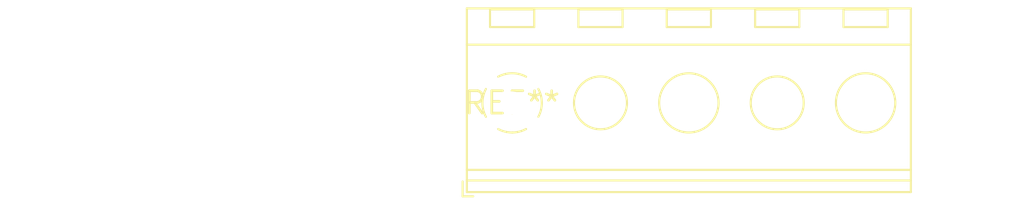
<source format=kicad_pcb>
(kicad_pcb (version 20240108) (generator pcbnew)
  (layers (0 "F.Cu" signal) (31 "B.Cu" signal) (34 "B.Paste" user) (35 "F.Paste" user) (36 "B.SilkS" user "B.Silkscreen") (37 "F.SilkS" user "F.Silkscreen") (38 "B.Mask" user) (39 "F.Mask" user) (44 "Edge.Cuts" user))
  (net 0 "")
  (footprint "TerminalBlock_RND_205-00079_1x03_P10.00mm_Horizontal" (layer "F.Cu") (at 0 0)
    (property "Reference" "REF**")
    (property "Value" "TerminalBlock_RND_205-00079_1x03_P10.00mm_Horizontal")
    (fp_line (start -2.8 4.46) (end -2.8 5.3) (layer "F.SilkS") (stroke (width 0.12)))
    (fp_line (start -2.8 5.3) (end -2.2 5.3) (layer "F.SilkS") (stroke (width 0.12)))
    (fp_line (start -2.56 -5.36) (end -2.56 5.06) (layer "F.SilkS") (stroke (width 0.12)))
    (fp_line (start -2.56 -5.36) (end 22.56 -5.36) (layer "F.SilkS") (stroke (width 0.12)))
    (fp_line (start -2.56 -3.301) (end 22.56 -3.301) (layer "F.SilkS") (stroke (width 0.12)))
    (fp_line (start -2.56 3.8) (end 22.56 3.8) (layer "F.SilkS") (stroke (width 0.12)))
    (fp_line (start -2.56 4.4) (end 22.56 4.4) (layer "F.SilkS") (stroke (width 0.12)))
    (fp_line (start -2.56 5.06) (end 22.56 5.06) (layer "F.SilkS") (stroke (width 0.12)))
    (fp_line (start -1.25 -5.301) (end -1.25 -4.301) (layer "F.SilkS") (stroke (width 0.12)))
    (fp_line (start -1.25 -5.301) (end 1.25 -5.301) (layer "F.SilkS") (stroke (width 0.12)))
    (fp_line (start -1.25 -4.301) (end 1.25 -4.301) (layer "F.SilkS") (stroke (width 0.12)))
    (fp_line (start 1.25 -5.301) (end 1.25 -4.301) (layer "F.SilkS") (stroke (width 0.12)))
    (fp_line (start 3.75 -5.301) (end 3.75 -4.301) (layer "F.SilkS") (stroke (width 0.12)))
    (fp_line (start 3.75 -5.301) (end 6.25 -5.301) (layer "F.SilkS") (stroke (width 0.12)))
    (fp_line (start 3.75 -4.301) (end 6.25 -4.301) (layer "F.SilkS") (stroke (width 0.12)))
    (fp_line (start 6.25 -5.301) (end 6.25 -4.301) (layer "F.SilkS") (stroke (width 0.12)))
    (fp_line (start 8.75 -5.301) (end 8.75 -4.301) (layer "F.SilkS") (stroke (width 0.12)))
    (fp_line (start 8.75 -5.301) (end 11.25 -5.301) (layer "F.SilkS") (stroke (width 0.12)))
    (fp_line (start 8.75 -4.301) (end 11.25 -4.301) (layer "F.SilkS") (stroke (width 0.12)))
    (fp_line (start 11.25 -5.301) (end 11.25 -4.301) (layer "F.SilkS") (stroke (width 0.12)))
    (fp_line (start 13.75 -5.301) (end 13.75 -4.301) (layer "F.SilkS") (stroke (width 0.12)))
    (fp_line (start 13.75 -5.301) (end 16.25 -5.301) (layer "F.SilkS") (stroke (width 0.12)))
    (fp_line (start 13.75 -4.301) (end 16.25 -4.301) (layer "F.SilkS") (stroke (width 0.12)))
    (fp_line (start 16.25 -5.301) (end 16.25 -4.301) (layer "F.SilkS") (stroke (width 0.12)))
    (fp_line (start 18.75 -5.301) (end 18.75 -4.301) (layer "F.SilkS") (stroke (width 0.12)))
    (fp_line (start 18.75 -5.301) (end 21.25 -5.301) (layer "F.SilkS") (stroke (width 0.12)))
    (fp_line (start 18.75 -4.301) (end 21.25 -4.301) (layer "F.SilkS") (stroke (width 0.12)))
    (fp_line (start 21.25 -5.301) (end 21.25 -4.301) (layer "F.SilkS") (stroke (width 0.12)))
    (fp_line (start 22.56 -5.36) (end 22.56 5.06) (layer "F.SilkS") (stroke (width 0.12)))
    (fp_arc (start -1.483953 0.789089) (mid -1.680708 5e-05) (end -1.484 -0.789) (layer "F.SilkS") (stroke (width 0.12)))
    (fp_arc (start -0.789089 -1.483953) (mid -5e-05 -1.680708) (end 0.789 -1.484) (layer "F.SilkS") (stroke (width 0.12)))
    (fp_arc (start 0.029383 1.68045) (mid -0.392304 1.634281) (end -0.789 1.484) (layer "F.SilkS") (stroke (width 0.12)))
    (fp_arc (start 0.788712 1.483352) (mid 0.406429 1.630097) (end 0 1.68) (layer "F.SilkS") (stroke (width 0.12)))
    (fp_arc (start 1.483953 -0.789089) (mid 1.680708 -5e-05) (end 1.484 0.789) (layer "F.SilkS") (stroke (width 0.12)))
    (fp_circle (center 5 0) (end 6.5 0) (layer "F.SilkS") (stroke (width 0.12)) (fill none))
    (fp_circle (center 10 0) (end 11.68 0) (layer "F.SilkS") (stroke (width 0.12)) (fill none))
    (fp_circle (center 15 0) (end 16.5 0) (layer "F.SilkS") (stroke (width 0.12)) (fill none))
    (fp_circle (center 20 0) (end 21.68 0) (layer "F.SilkS") (stroke (width 0.12)) (fill none))
    (pad "1" thru_hole rect (at 0 0) (size 2.5 2.5) (drill 1.3) (layers *.Cu *.Mask) (remove_unused_layers))
    (pad "2" thru_hole circle (at 10 0) (size 2.5 2.5) (drill 1.3) (layers *.Cu *.Mask) (remove_unused_layers))
    (pad "3" thru_hole circle (at 20 0) (size 2.5 2.5) (drill 1.3) (layers *.Cu *.Mask) (remove_unused_layers))
  )
)
</source>
